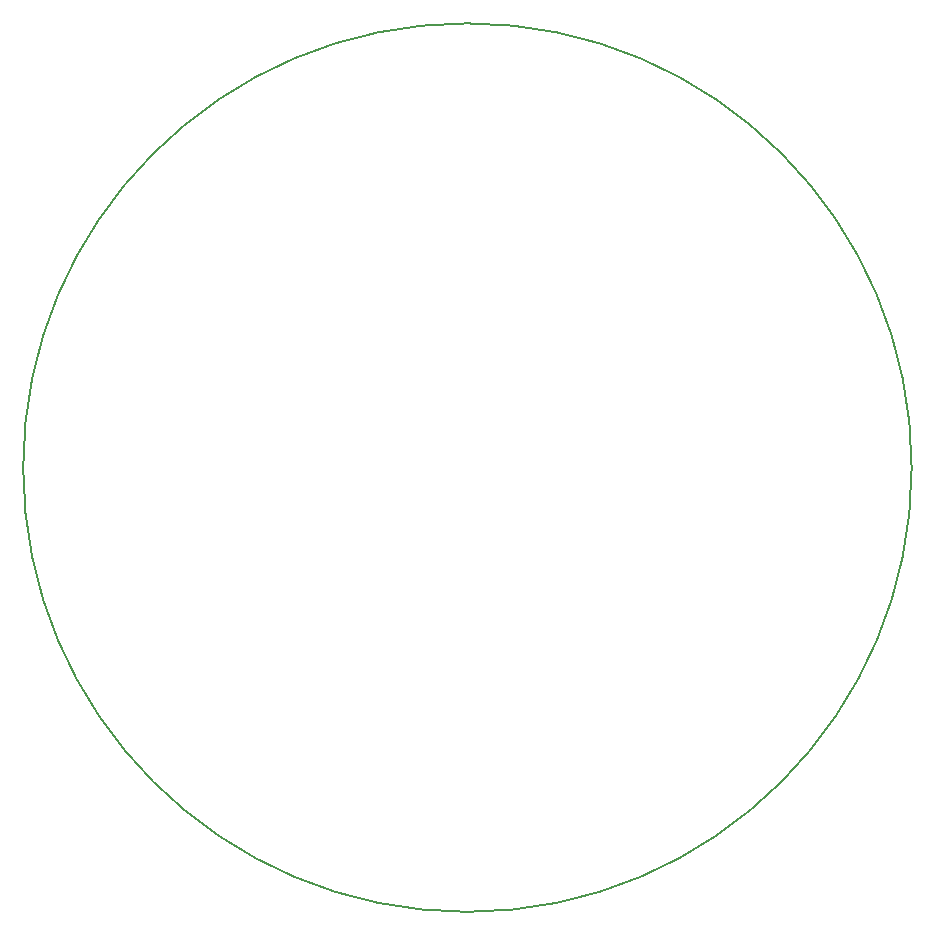
<source format=gbr>
G04 #@! TF.GenerationSoftware,KiCad,Pcbnew,5.0.2-bee76a0~70~ubuntu18.10.1*
G04 #@! TF.CreationDate,2019-05-27T17:13:18+10:00*
G04 #@! TF.ProjectId,mult,6d756c74-2e6b-4696-9361-645f70636258,rev?*
G04 #@! TF.SameCoordinates,Original*
G04 #@! TF.FileFunction,Profile,NP*
%FSLAX46Y46*%
G04 Gerber Fmt 4.6, Leading zero omitted, Abs format (unit mm)*
G04 Created by KiCad (PCBNEW 5.0.2-bee76a0~70~ubuntu18.10.1) date Mon 27 May 2019 17:13:18 AEST*
%MOMM*%
%LPD*%
G01*
G04 APERTURE LIST*
%ADD10C,0.150000*%
G04 APERTURE END LIST*
D10*
X100363595Y-63063594D02*
G75*
G03X100363595Y-63063594I-37613595J0D01*
G01*
M02*

</source>
